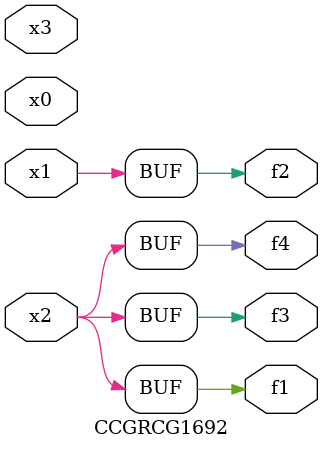
<source format=v>
module CCGRCG1692(
	input x0, x1, x2, x3,
	output f1, f2, f3, f4
);
	assign f1 = x2;
	assign f2 = x1;
	assign f3 = x2;
	assign f4 = x2;
endmodule

</source>
